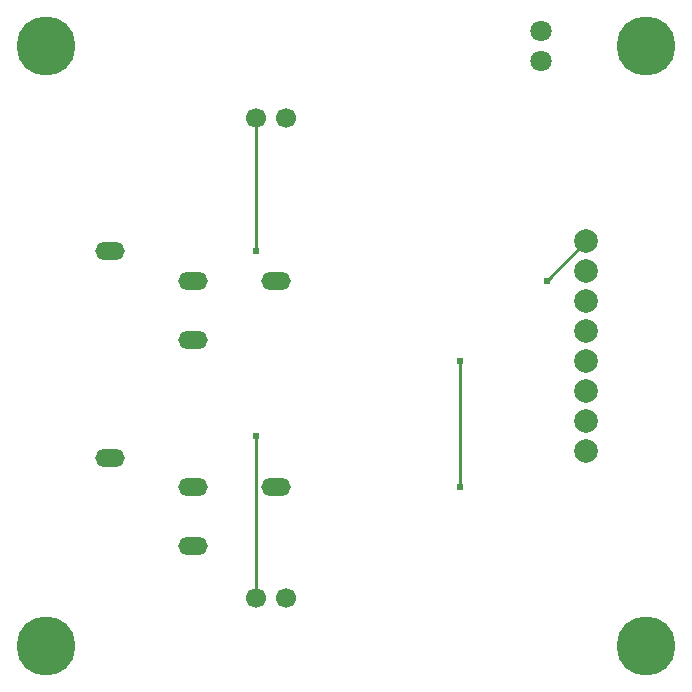
<source format=gbl>
G04 Layer: BottomLayer*
G04 Panelize: , Column: 2, Row: 2, Board Size: 58.42mm x 58.42mm, Panelized Board Size: 118.84mm x 118.84mm*
G04 EasyEDA v6.5.34, 2023-08-21 18:11:39*
G04 c5000755a1824bbf9c005c744657698a,5a6b42c53f6a479593ecc07194224c93,10*
G04 Gerber Generator version 0.2*
G04 Scale: 100 percent, Rotated: No, Reflected: No *
G04 Dimensions in millimeters *
G04 leading zeros omitted , absolute positions ,4 integer and 5 decimal *
%FSLAX45Y45*%
%MOMM*%

%ADD10C,0.2540*%
%ADD11C,5.0000*%
%ADD12C,1.8000*%
%ADD13O,2.4999949999999997X1.524*%
%ADD14C,2.0000*%
%ADD15C,1.7000*%
%ADD16C,0.6096*%

%LPD*%
D10*
X3889771Y1724395D02*
G01*
X3889771Y2791203D01*
X4956581Y3807205D02*
G01*
X4623767Y3474392D01*
X2159000Y4853000D02*
G01*
X2158994Y3724391D01*
X2159000Y789000D02*
G01*
X2158994Y2158994D01*
D11*
G01*
X381000Y5461000D03*
G01*
X5461000Y5461000D03*
G01*
X5461000Y381000D03*
G01*
X381000Y381000D03*
D12*
G01*
X4572000Y5334000D03*
G01*
X4572000Y5588000D03*
D13*
G01*
X2326995Y3474389D03*
G01*
X1626996Y3474389D03*
G01*
X1626996Y2974390D03*
G01*
X1626996Y1724405D03*
G01*
X2326995Y1724405D03*
G01*
X1626996Y1224406D03*
G01*
X926998Y3724402D03*
G01*
X926998Y1974392D03*
D14*
G01*
X4956581Y2029205D03*
G01*
X4956581Y2283205D03*
G01*
X4956581Y2537205D03*
G01*
X4956581Y2791205D03*
G01*
X4956581Y3045205D03*
G01*
X4956581Y3299205D03*
G01*
X4956581Y3553205D03*
G01*
X4956581Y3807205D03*
D15*
G01*
X2413000Y4853000D03*
G01*
X2159000Y4853000D03*
G01*
X2159000Y789000D03*
G01*
X2413000Y789000D03*
D16*
G01*
X4623765Y3474389D03*
G01*
X3889781Y1724405D03*
G01*
X3889781Y2791205D03*
G01*
X2159000Y3724402D03*
G01*
X2159000Y2159000D03*
M02*

</source>
